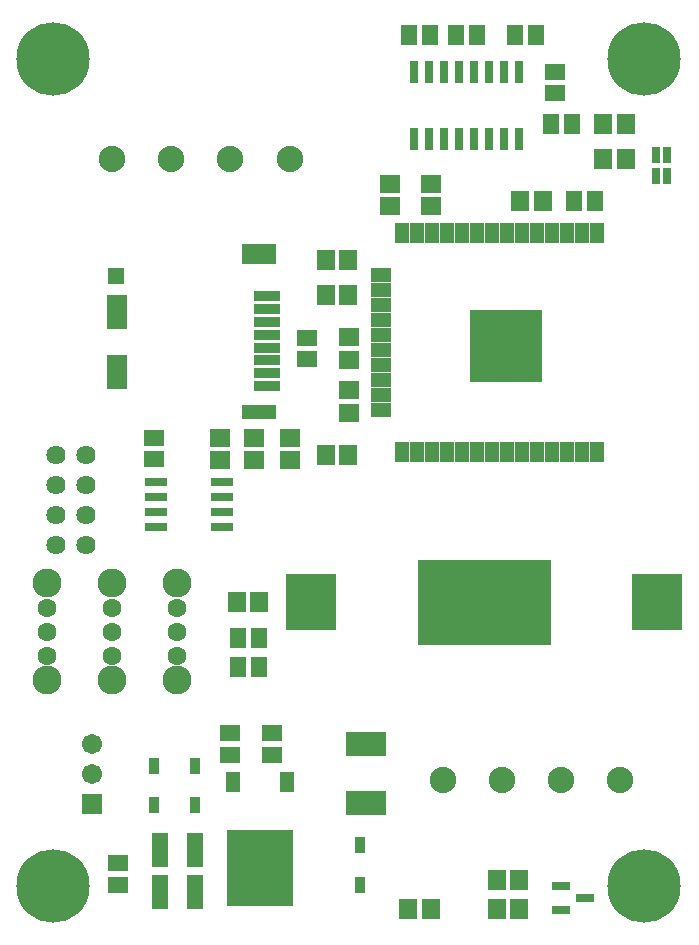
<source format=gbr>
G04 EAGLE Gerber RS-274X export*
G75*
%MOMM*%
%FSLAX34Y34*%
%LPD*%
%INSoldermask Top*%
%IPPOS*%
%AMOC8*
5,1,8,0,0,1.08239X$1,22.5*%
G01*
%ADD10R,1.203200X1.703200*%
%ADD11R,1.703200X1.203200*%
%ADD12R,6.203200X6.203200*%
%ADD13R,1.866900X0.736600*%
%ADD14R,0.762000X1.866900*%
%ADD15R,4.203200X4.703200*%
%ADD16R,3.465000X2.132300*%
%ADD17R,2.209800X0.965200*%
%ADD18R,1.651000X2.946400*%
%ADD19R,1.447800X1.447800*%
%ADD20R,2.844800X1.244600*%
%ADD21R,2.844800X1.752600*%
%ADD22C,1.625600*%
%ADD23R,1.653200X1.353200*%
%ADD24R,1.353200X2.903200*%
%ADD25R,1.503200X1.703200*%
%ADD26R,1.353200X1.653200*%
%ADD27R,1.703200X1.503200*%
%ADD28R,5.603200X6.403200*%
%ADD29R,1.203200X1.803200*%
%ADD30R,1.711200X1.711200*%
%ADD31C,1.711200*%
%ADD32R,0.933200X1.413200*%
%ADD33R,0.803200X1.403200*%
%ADD34C,2.235200*%
%ADD35R,1.600200X0.762000*%
%ADD36C,1.603200*%
%ADD37C,2.453200*%
%ADD38C,6.203200*%

G36*
X171005Y-146001D02*
X171005Y-146001D01*
X171005Y-146000D01*
X171005Y-74000D01*
X171001Y-73995D01*
X171000Y-73995D01*
X59000Y-73995D01*
X58995Y-73999D01*
X58995Y-74000D01*
X58995Y-146000D01*
X58999Y-146005D01*
X59000Y-146005D01*
X171000Y-146005D01*
X171005Y-146001D01*
G37*
D10*
X171900Y202500D03*
X159200Y202500D03*
X146500Y202500D03*
X133800Y202500D03*
X121100Y202500D03*
X108400Y202500D03*
X95700Y202500D03*
X83000Y202500D03*
D11*
X27500Y52700D03*
D10*
X44900Y17500D03*
X57600Y17500D03*
X70300Y17500D03*
X83000Y17500D03*
X95700Y17500D03*
X108400Y17500D03*
X121100Y17500D03*
D11*
X27500Y141600D03*
D10*
X70300Y202500D03*
X57600Y202500D03*
X44900Y202500D03*
D11*
X27500Y167000D03*
X27500Y154300D03*
D10*
X184600Y202500D03*
X197300Y202500D03*
X210000Y202500D03*
D11*
X27500Y128900D03*
X27500Y116200D03*
X27500Y103500D03*
X27500Y65400D03*
X27500Y78100D03*
X27500Y90800D03*
D10*
X133800Y17500D03*
X146500Y17500D03*
X159200Y17500D03*
X171900Y17500D03*
X184600Y17500D03*
X197300Y17500D03*
X210000Y17500D03*
D12*
X133000Y107000D03*
D13*
X-163258Y-8450D03*
X-163258Y-21150D03*
X-163258Y-33850D03*
X-163258Y-46550D03*
X-106743Y-46550D03*
X-106743Y-33850D03*
X-106743Y-21150D03*
X-106743Y-8450D03*
D14*
X144450Y338958D03*
X131750Y338958D03*
X119050Y338958D03*
X106350Y338958D03*
X93650Y338958D03*
X80950Y338958D03*
X68250Y338958D03*
X55550Y338958D03*
X55550Y282443D03*
X68250Y282443D03*
X80950Y282443D03*
X93650Y282443D03*
X106350Y282443D03*
X119050Y282443D03*
X131750Y282443D03*
X144450Y282443D03*
D15*
X-31500Y-110000D03*
X261500Y-110000D03*
D16*
X15000Y-230000D03*
X15000Y-280000D03*
D17*
X-69224Y72810D03*
X-69224Y83810D03*
X-69224Y94810D03*
X-69224Y105810D03*
X-69224Y116810D03*
X-69224Y127810D03*
X-69224Y138810D03*
X-69224Y149810D03*
D18*
X-195974Y84814D03*
X-195974Y136094D03*
D19*
X-196990Y166314D03*
D20*
X-75418Y51605D03*
D21*
X-75418Y184655D03*
D22*
X-247500Y15000D03*
X-222100Y15000D03*
X-247500Y-10400D03*
X-222100Y-10400D03*
X-247500Y-35800D03*
X-222100Y-35800D03*
X-247500Y-61200D03*
X-222100Y-61200D03*
D23*
X-100000Y-239000D03*
X-100000Y-221000D03*
X-65000Y-239000D03*
X-65000Y-221000D03*
D24*
X-130000Y-320000D03*
X-160000Y-320000D03*
D25*
X-94500Y-110000D03*
X-75500Y-110000D03*
D26*
X141000Y370000D03*
X159000Y370000D03*
X91000Y370000D03*
X109000Y370000D03*
D23*
X175000Y339000D03*
X175000Y321000D03*
D26*
X69000Y370000D03*
X51000Y370000D03*
X189000Y295000D03*
X171000Y295000D03*
D27*
X35000Y225500D03*
X35000Y244500D03*
X0Y114500D03*
X0Y95500D03*
D25*
X-19500Y150000D03*
X-500Y150000D03*
X-19500Y180000D03*
X-500Y180000D03*
D27*
X-108750Y10500D03*
X-108750Y29500D03*
X-80000Y10500D03*
X-80000Y29500D03*
D23*
X-165000Y11000D03*
X-165000Y29000D03*
X-35000Y114000D03*
X-35000Y96000D03*
D24*
X-130000Y-355000D03*
X-160000Y-355000D03*
D27*
X70000Y225500D03*
X70000Y244500D03*
X-50000Y29500D03*
X-50000Y10500D03*
X0Y50500D03*
X0Y69500D03*
D25*
X145500Y230000D03*
X164500Y230000D03*
X144500Y-345000D03*
X125500Y-345000D03*
D26*
X209000Y230000D03*
X191000Y230000D03*
X-94000Y-140000D03*
X-76000Y-140000D03*
X-94000Y-165000D03*
X-76000Y-165000D03*
D23*
X-195000Y-331000D03*
X-195000Y-349000D03*
D28*
X-75000Y-335000D03*
D29*
X-52200Y-262000D03*
X-97800Y-262000D03*
D30*
X-217500Y-280400D03*
D31*
X-217500Y-255000D03*
X-217500Y-229600D03*
D25*
X-500Y15000D03*
X-19500Y15000D03*
D32*
X10000Y-349300D03*
X10000Y-315700D03*
D33*
X260250Y269000D03*
X260250Y251000D03*
X269750Y251000D03*
X269750Y269000D03*
D25*
X69500Y-370000D03*
X50500Y-370000D03*
D34*
X80000Y-260000D03*
X130038Y-260000D03*
X180076Y-260000D03*
X230114Y-260000D03*
X-50000Y265000D03*
X-100038Y265000D03*
X-150076Y265000D03*
X-200114Y265000D03*
D35*
X180221Y-349840D03*
X180221Y-370160D03*
X199779Y-360000D03*
D25*
X125500Y-370000D03*
X144500Y-370000D03*
X234500Y265000D03*
X215500Y265000D03*
X234500Y295000D03*
X215500Y295000D03*
D36*
X-200000Y-115000D03*
X-200000Y-135000D03*
X-200000Y-155000D03*
D37*
X-200000Y-94000D03*
X-200000Y-176000D03*
D36*
X-255000Y-115000D03*
X-255000Y-135000D03*
X-255000Y-155000D03*
D37*
X-255000Y-94000D03*
X-255000Y-176000D03*
D36*
X-145000Y-115000D03*
X-145000Y-135000D03*
X-145000Y-155000D03*
D37*
X-145000Y-94000D03*
X-145000Y-176000D03*
D32*
X-165000Y-281800D03*
X-165000Y-248200D03*
X-130000Y-248200D03*
X-130000Y-281800D03*
D38*
X-250000Y350000D03*
X250000Y-350000D03*
X250000Y350000D03*
X-250000Y-350000D03*
M02*

</source>
